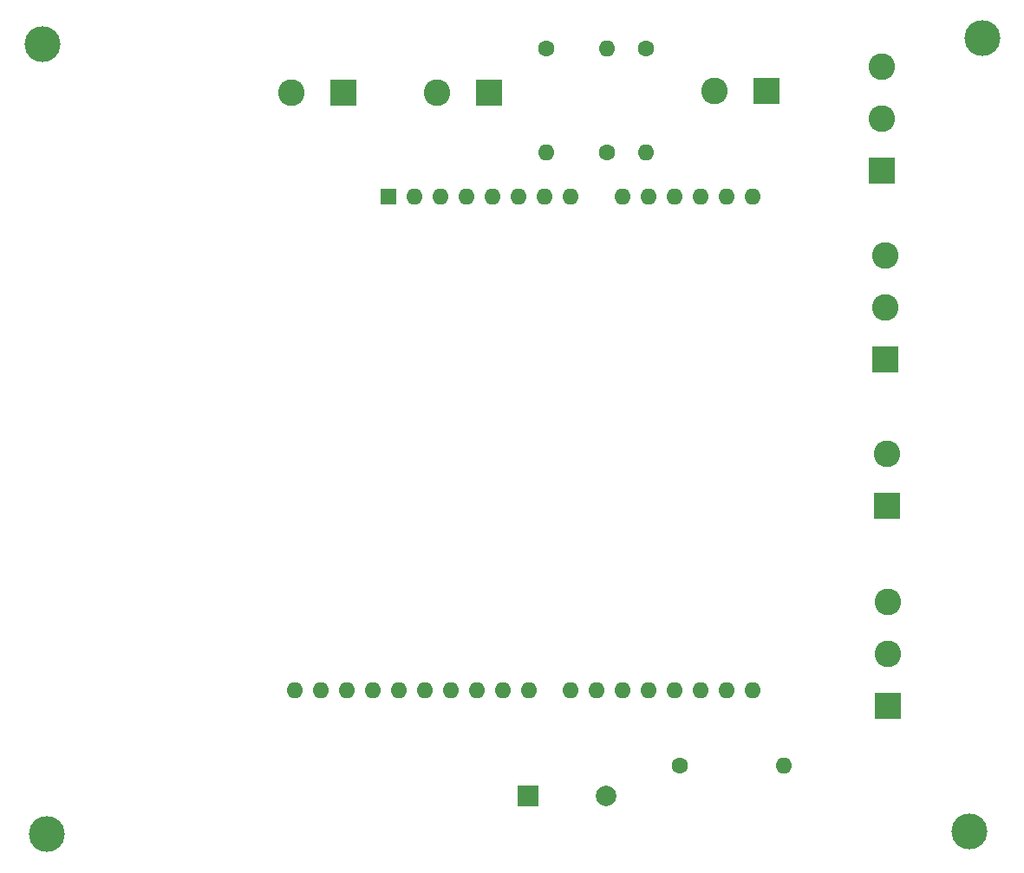
<source format=gbr>
%TF.GenerationSoftware,KiCad,Pcbnew,7.0.5*%
%TF.CreationDate,2023-12-17T15:08:04+05:30*%
%TF.ProjectId,LV conn,4c562063-6f6e-46e2-9e6b-696361645f70,rev?*%
%TF.SameCoordinates,Original*%
%TF.FileFunction,Soldermask,Top*%
%TF.FilePolarity,Negative*%
%FSLAX46Y46*%
G04 Gerber Fmt 4.6, Leading zero omitted, Abs format (unit mm)*
G04 Created by KiCad (PCBNEW 7.0.5) date 2023-12-17 15:08:04*
%MOMM*%
%LPD*%
G01*
G04 APERTURE LIST*
%ADD10C,1.600000*%
%ADD11O,1.600000X1.600000*%
%ADD12C,3.500000*%
%ADD13R,2.600000X2.600000*%
%ADD14C,2.600000*%
%ADD15R,2.000000X2.000000*%
%ADD16C,2.000000*%
%ADD17R,1.600000X1.600000*%
G04 APERTURE END LIST*
D10*
%TO.C,R3_RTD1*%
X148742400Y-35509200D03*
D11*
X148742400Y-45669200D03*
%TD*%
D12*
%TO.C,REF\u002A\u002A*%
X99568000Y-35052000D03*
%TD*%
%TO.C,REF\u002A\u002A*%
X190068200Y-111988600D03*
%TD*%
D13*
%TO.C,J1_Buck_Con_Ar1*%
X143205200Y-39801800D03*
D14*
X138125200Y-39801800D03*
%TD*%
D13*
%TO.C,J3_POT1*%
X181533800Y-47396400D03*
D14*
X181533800Y-42316400D03*
X181533800Y-37236400D03*
%TD*%
D12*
%TO.C,REF\u002A\u002A*%
X100025200Y-112293400D03*
%TD*%
D10*
%TO.C,R1_POT1*%
X158546800Y-35483800D03*
D11*
X158546800Y-45643800D03*
%TD*%
D13*
%TO.C,J7_Brake_Switch1*%
X128960800Y-39776200D03*
D14*
X123880800Y-39776200D03*
%TD*%
D13*
%TO.C,J6_RTD_Switch1*%
X170261200Y-39649200D03*
D14*
X165181200Y-39649200D03*
%TD*%
D15*
%TO.C,BZ1_Buzzer1*%
X146999800Y-108559600D03*
D16*
X154599800Y-108559600D03*
%TD*%
D10*
%TO.C,R2_POT2*%
X154736800Y-45643800D03*
D11*
X154736800Y-35483800D03*
%TD*%
D17*
%TO.C,A1*%
X133353400Y-49917400D03*
D11*
X135893400Y-49917400D03*
X138433400Y-49917400D03*
X140973400Y-49917400D03*
X143513400Y-49917400D03*
X146053400Y-49917400D03*
X148593400Y-49917400D03*
X151133400Y-49917400D03*
X156213400Y-49917400D03*
X158753400Y-49917400D03*
X161293400Y-49917400D03*
X163833400Y-49917400D03*
X166373400Y-49917400D03*
X168913400Y-49917400D03*
X168913400Y-98177400D03*
X166373400Y-98177400D03*
X163833400Y-98177400D03*
X161293400Y-98177400D03*
X158753400Y-98177400D03*
X156213400Y-98177400D03*
X153673400Y-98177400D03*
X151133400Y-98177400D03*
X147073400Y-98177400D03*
X144533400Y-98177400D03*
X141993400Y-98177400D03*
X139453400Y-98177400D03*
X136913400Y-98177400D03*
X134373400Y-98177400D03*
X131833400Y-98177400D03*
X129293400Y-98177400D03*
X126753400Y-98177400D03*
X124213400Y-98177400D03*
%TD*%
D13*
%TO.C,J5_Relay_Module1*%
X182143400Y-99745800D03*
D14*
X182143400Y-94665800D03*
X182143400Y-89585800D03*
%TD*%
D13*
%TO.C,J4_POT2*%
X181838600Y-65887600D03*
D14*
X181838600Y-60807600D03*
X181838600Y-55727600D03*
%TD*%
D13*
%TO.C,J2_Buck_con_relay1*%
X182016400Y-80213200D03*
D14*
X182016400Y-75133200D03*
%TD*%
D10*
%TO.C,R4_Brake1*%
X161772600Y-105537000D03*
D11*
X171932600Y-105537000D03*
%TD*%
D12*
%TO.C,REF\u002A\u002A*%
X191338200Y-34493200D03*
%TD*%
M02*

</source>
